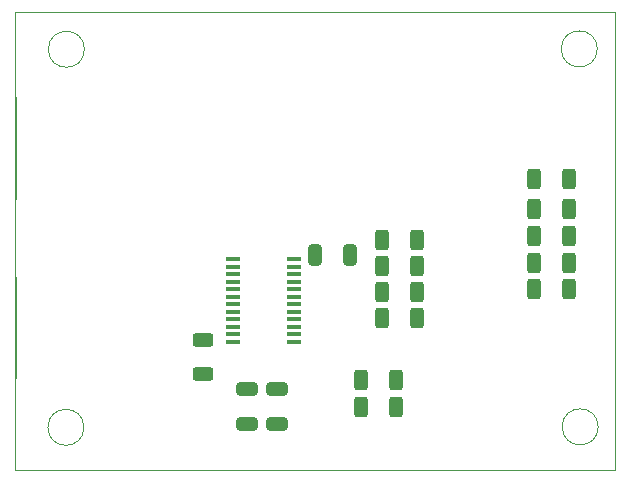
<source format=gbr>
%TF.GenerationSoftware,KiCad,Pcbnew,6.0.2*%
%TF.CreationDate,2022-11-10T22:55:42+01:00*%
%TF.ProjectId,SI4735,53493437-3335-42e6-9b69-6361645f7063,rev?*%
%TF.SameCoordinates,Original*%
%TF.FileFunction,Paste,Bot*%
%TF.FilePolarity,Positive*%
%FSLAX46Y46*%
G04 Gerber Fmt 4.6, Leading zero omitted, Abs format (unit mm)*
G04 Created by KiCad (PCBNEW 6.0.2) date 2022-11-10 22:55:42*
%MOMM*%
%LPD*%
G01*
G04 APERTURE LIST*
G04 Aperture macros list*
%AMRoundRect*
0 Rectangle with rounded corners*
0 $1 Rounding radius*
0 $2 $3 $4 $5 $6 $7 $8 $9 X,Y pos of 4 corners*
0 Add a 4 corners polygon primitive as box body*
4,1,4,$2,$3,$4,$5,$6,$7,$8,$9,$2,$3,0*
0 Add four circle primitives for the rounded corners*
1,1,$1+$1,$2,$3*
1,1,$1+$1,$4,$5*
1,1,$1+$1,$6,$7*
1,1,$1+$1,$8,$9*
0 Add four rect primitives between the rounded corners*
20,1,$1+$1,$2,$3,$4,$5,0*
20,1,$1+$1,$4,$5,$6,$7,0*
20,1,$1+$1,$6,$7,$8,$9,0*
20,1,$1+$1,$8,$9,$2,$3,0*%
G04 Aperture macros list end*
%TA.AperFunction,Profile*%
%ADD10C,0.050000*%
%TD*%
%TA.AperFunction,Profile*%
%ADD11C,0.100000*%
%TD*%
%ADD12RoundRect,0.250000X0.325000X0.650000X-0.325000X0.650000X-0.325000X-0.650000X0.325000X-0.650000X0*%
%ADD13RoundRect,0.250000X-0.650000X0.325000X-0.650000X-0.325000X0.650000X-0.325000X0.650000X0.325000X0*%
%ADD14RoundRect,0.250000X-0.312500X-0.625000X0.312500X-0.625000X0.312500X0.625000X-0.312500X0.625000X0*%
%ADD15RoundRect,0.250000X0.312500X0.625000X-0.312500X0.625000X-0.312500X-0.625000X0.312500X-0.625000X0*%
%ADD16R,1.200000X0.400000*%
%ADD17RoundRect,0.250000X-0.625000X0.312500X-0.625000X-0.312500X0.625000X-0.312500X0.625000X0.312500X0*%
G04 APERTURE END LIST*
D10*
X243000000Y-45450000D02*
G75*
G03*
X243000000Y-45450000I-1526434J0D01*
G01*
X243076434Y-77450000D02*
G75*
G03*
X243076434Y-77450000I-1526434J0D01*
G01*
X199535580Y-77486292D02*
G75*
G03*
X199535580Y-77486292I-1526434J0D01*
G01*
X244475000Y-81120000D02*
X193725000Y-81120000D01*
X193725000Y-81120000D02*
X193725000Y-42300000D01*
X193725000Y-42300000D02*
X244475000Y-42300000D01*
X244475000Y-42300000D02*
X244475000Y-81120000D01*
X199576434Y-45480000D02*
G75*
G03*
X199576434Y-45480000I-1526434J0D01*
G01*
D11*
%TO.C,J2*%
X193760000Y-49540000D02*
X193760000Y-58140000D01*
%TO.C,J3*%
X193760000Y-64720000D02*
X193760000Y-73320000D01*
%TD*%
D12*
%TO.C,C1*%
X222075000Y-62900000D03*
X219125000Y-62900000D03*
%TD*%
D13*
%TO.C,C2*%
X215900000Y-74217000D03*
X215900000Y-77167000D03*
%TD*%
%TO.C,C3*%
X213360000Y-74217000D03*
X213360000Y-77167000D03*
%TD*%
D14*
%TO.C,R1*%
X224800000Y-61600000D03*
X227725000Y-61600000D03*
%TD*%
%TO.C,R2*%
X224800000Y-66000000D03*
X227725000Y-66000000D03*
%TD*%
%TO.C,R3*%
X224812500Y-68200000D03*
X227737500Y-68200000D03*
%TD*%
D15*
%TO.C,R4*%
X240562500Y-63550000D03*
X237637500Y-63550000D03*
%TD*%
%TO.C,R5*%
X240562500Y-65800000D03*
X237637500Y-65800000D03*
%TD*%
%TO.C,R6*%
X240562500Y-56500000D03*
X237637500Y-56500000D03*
%TD*%
%TO.C,R7*%
X225925000Y-73500000D03*
X223000000Y-73500000D03*
%TD*%
%TO.C,R8*%
X225925000Y-75750000D03*
X223000000Y-75750000D03*
%TD*%
D16*
%TO.C,U2*%
X212150000Y-70242500D03*
X212150000Y-69607500D03*
X212150000Y-68972500D03*
X212150000Y-68337500D03*
X212150000Y-67702500D03*
X212150000Y-67067500D03*
X212150000Y-66432500D03*
X212150000Y-65797500D03*
X212150000Y-65162500D03*
X212150000Y-64527500D03*
X212150000Y-63892500D03*
X212150000Y-63257500D03*
X217350000Y-63257500D03*
X217350000Y-63892500D03*
X217350000Y-64527500D03*
X217350000Y-65162500D03*
X217350000Y-65797500D03*
X217350000Y-66432500D03*
X217350000Y-67067500D03*
X217350000Y-67702500D03*
X217350000Y-68337500D03*
X217350000Y-68972500D03*
X217350000Y-69607500D03*
X217350000Y-70242500D03*
%TD*%
D14*
%TO.C,R13*%
X224800000Y-63800000D03*
X227725000Y-63800000D03*
%TD*%
D15*
%TO.C,R12*%
X240562500Y-59000000D03*
X237637500Y-59000000D03*
%TD*%
D17*
%TO.C,R10*%
X209650000Y-70087500D03*
X209650000Y-73012500D03*
%TD*%
D14*
%TO.C,R14*%
X237637500Y-61300000D03*
X240562500Y-61300000D03*
%TD*%
M02*

</source>
